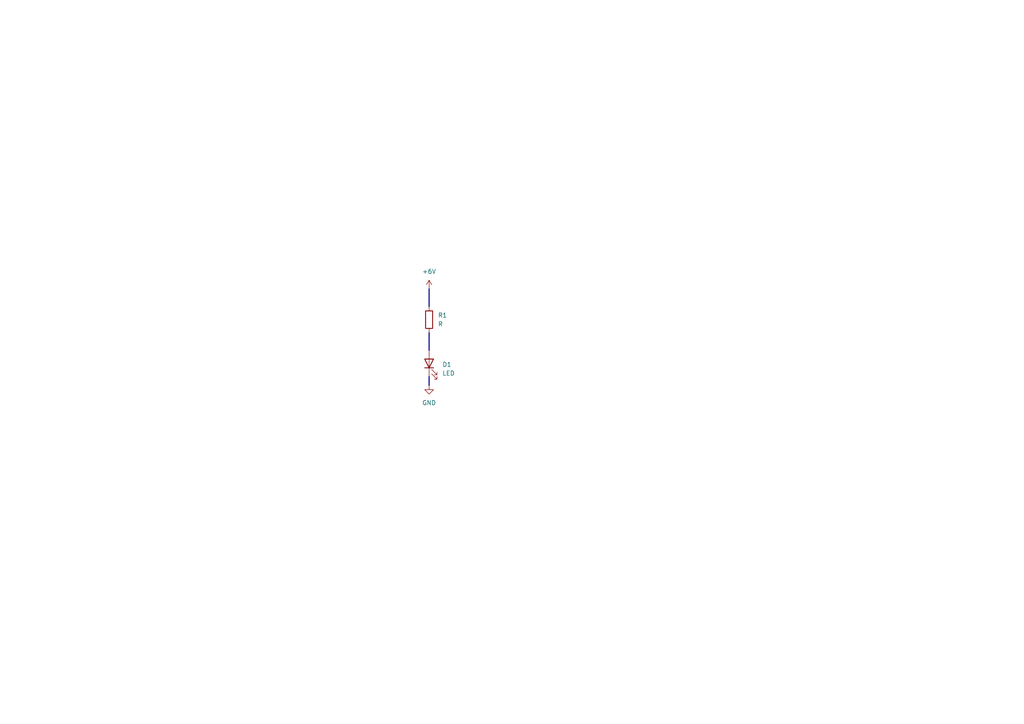
<source format=kicad_sch>
(kicad_sch (version 20231120) (generator "eeschema") (generator_version "8.0")
  (paper "A4")
  (lib_symbols
    (symbol "Device:LED" (pin_numbers hide) (pin_names (offset 1.016) hide)
      (property "Reference" "D" (at 0 2.54 0))
      (property "Value" "LED" (at 0 -2.54 0))
      (symbol "LED_0_1"
        (polyline (pts (xy -1.27 -1.27) (xy -1.27 1.27)) (stroke (width 0.254)))
        (polyline (pts (xy -1.27 0) (xy 1.27 0)))
        (polyline (pts (xy 1.27 -1.27) (xy 1.27 1.27) (xy -1.27 0) (xy 1.27 -1.27)) (stroke (width 0.254)))
        (polyline (pts (xy -3.048 -0.762) (xy -4.572 -2.286) (xy -3.81 -2.286) (xy -4.572 -2.286) (xy -4.572 -1.524)))
        (polyline (pts (xy -1.778 -0.762) (xy -3.302 -2.286) (xy -2.54 -2.286) (xy -3.302 -2.286) (xy -3.302 -1.524)))
      )
      (symbol "LED_1_1"
        (pin passive line (at -3.81 0 0) (length 2.54) (name "K") (number "1"))
        (pin passive line (at 3.81 0 180) (length 2.54) (name "A") (number "2"))
      )
    )
    (symbol "Device:R" (pin_numbers hide) (pin_names (offset 0))
      (property "Reference" "R" (at 2.032 0 90))
      (property "Value" "R" (at 0 0 90))
      (symbol "R_0_1"
        (rectangle (start -1.016 -2.54) (end 1.016 2.54) (stroke (width 0.254)))
      )
      (symbol "R_1_1"
        (pin passive line (at 0 3.81 270) (length 1.27) (name "~") (number "1"))
        (pin passive line (at 0 -3.81 90) (length 1.27) (name "~") (number "2"))
      )
    )
    (symbol "power:+6V" (power) (pin_numbers hide) (pin_names (offset 0) hide)
      (property "Value" "+6V" (at 0 3.556 0))
      (symbol "+6V_0_1"
        (polyline (pts (xy -0.762 1.27) (xy 0 2.54)))
        (polyline (pts (xy 0 0) (xy 0 2.54)))
        (polyline (pts (xy 0 2.54) (xy 0.762 1.27)))
      )
      (symbol "+6V_1_1"
        (pin power_in line (at 0 0 90) (length 0) (name "~") (number "1"))
      )
    )
    (symbol "power:GND" (power) (pin_numbers hide) (pin_names (offset 0) hide)
      (property "Value" "GND" (at 0 -3.81 0))
      (symbol "GND_0_1"
        (polyline (pts (xy 0 0) (xy 0 -1.27) (xy 1.27 -1.27) (xy 0 -2.54) (xy -1.27 -1.27) (xy 0 -1.27)))
      )
      (symbol "GND_1_1"
        (pin power_in line (at 0 0 270) (length 0) (name "~") (number "1"))
      )
    )
  )
  (bus (pts (xy 124.46 83.82) (xy 124.46 88.9)))
  (bus (pts (xy 124.46 109.22) (xy 124.46 111.76)))
  (bus (pts (xy 124.46 96.52) (xy 124.46 101.6)))
  (symbol (lib_id "power:+6V") (at 124.46 83.82 0) (unit 1)
    (property "Reference" "#PWR01" (effects (hide yes)))
    (property "Value" "+6V" (at 124.46 78.74 0))
    (property "Description" "Power symbol creates a global label with name \"+6V\"" (effects (hide yes)))
  )
  (symbol (lib_id "Device:R") (at 124.46 92.71 0) (unit 1)
    (property "Reference" "R1" (at 127 91.4399 0) (effects (justify left)))
    (property "Value" "R" (at 127 93.9799 0) (effects (justify left)))
    (property "Description" "Resistor" (effects (hide yes)))
  )
  (symbol (lib_id "Device:LED") (at 124.46 105.41 90) (unit 1)
    (property "Reference" "D1" (at 128.27 105.7274 90) (effects (justify right)))
    (property "Value" "LED" (at 128.27 108.2674 90) (effects (justify right)))
    (property "Description" "Light emitting diode" (effects (hide yes)))
  )
  (symbol (lib_id "power:GND") (at 124.46 111.76 0) (unit 1)
    (property "Reference" "#PWR02" (effects (hide yes)))
    (property "Value" "GND" (at 124.46 116.84 0))
    (property "Description" "Power symbol creates a global label with name \"GND\" , ground" (effects (hide yes)))
  )
)
</source>
